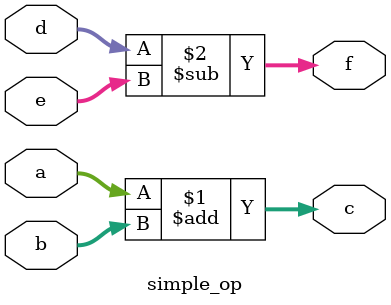
<source format=v>
module simple_op(a,b,c,d,e,f);
parameter WIDTH = 8,
          SIZE = 6;

input   [WIDTH-1:0] a ;
input   [WIDTH-1:0] b ;
output  [WIDTH-1:0] c ;
input   [SIZE-1:0] d ;
input   [SIZE-1:0] e ;
output  [SIZE-1:0] f ;

assign c = a + b;
assign f = d - e;

endmodule
</source>
